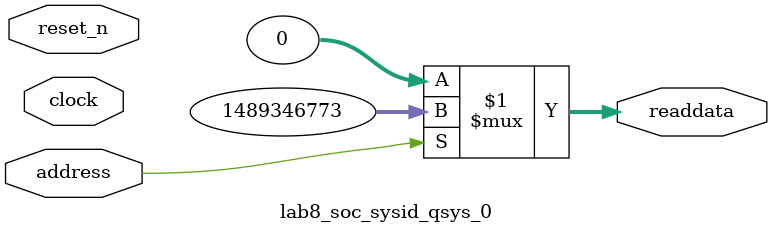
<source format=v>

`timescale 1ns / 1ps
// synthesis translate_on

// turn off superfluous verilog processor warnings 
// altera message_level Level1 
// altera message_off 10034 10035 10036 10037 10230 10240 10030 

module lab8_soc_sysid_qsys_0 (
               // inputs:
                address,
                clock,
                reset_n,

               // outputs:
                readdata
             )
;

  output  [ 31: 0] readdata;
  input            address;
  input            clock;
  input            reset_n;

  wire    [ 31: 0] readdata;
  //control_slave, which is an e_avalon_slave
  assign readdata = address ? 1489346773 : 0;

endmodule




</source>
